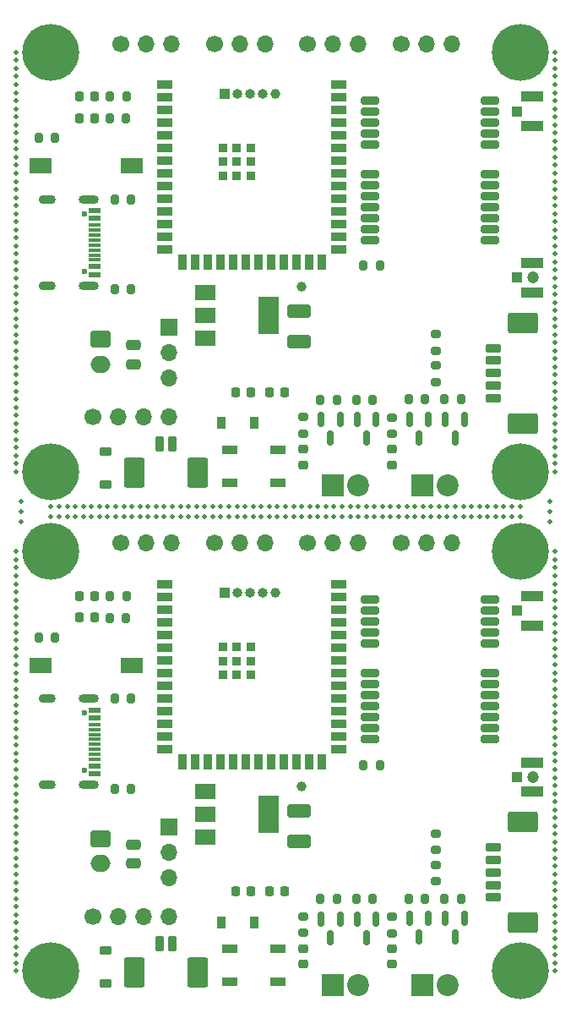
<source format=gbr>
%TF.GenerationSoftware,KiCad,Pcbnew,7.0.11*%
%TF.CreationDate,2024-05-24T13:54:11+08:00*%
%TF.ProjectId,panel,70616e65-6c2e-46b6-9963-61645f706362,rev?*%
%TF.SameCoordinates,Original*%
%TF.FileFunction,Soldermask,Top*%
%TF.FilePolarity,Negative*%
%FSLAX46Y46*%
G04 Gerber Fmt 4.6, Leading zero omitted, Abs format (unit mm)*
G04 Created by KiCad (PCBNEW 7.0.11) date 2024-05-24 13:54:11*
%MOMM*%
%LPD*%
G01*
G04 APERTURE LIST*
G04 Aperture macros list*
%AMRoundRect*
0 Rectangle with rounded corners*
0 $1 Rounding radius*
0 $2 $3 $4 $5 $6 $7 $8 $9 X,Y pos of 4 corners*
0 Add a 4 corners polygon primitive as box body*
4,1,4,$2,$3,$4,$5,$6,$7,$8,$9,$2,$3,0*
0 Add four circle primitives for the rounded corners*
1,1,$1+$1,$2,$3*
1,1,$1+$1,$4,$5*
1,1,$1+$1,$6,$7*
1,1,$1+$1,$8,$9*
0 Add four rect primitives between the rounded corners*
20,1,$1+$1,$2,$3,$4,$5,0*
20,1,$1+$1,$4,$5,$6,$7,0*
20,1,$1+$1,$6,$7,$8,$9,0*
20,1,$1+$1,$8,$9,$2,$3,0*%
G04 Aperture macros list end*
%ADD10C,0.500000*%
%ADD11R,1.500000X0.900000*%
%ADD12R,0.900000X1.500000*%
%ADD13R,0.900000X0.900000*%
%ADD14C,5.700000*%
%ADD15RoundRect,0.218750X0.256250X-0.218750X0.256250X0.218750X-0.256250X0.218750X-0.256250X-0.218750X0*%
%ADD16RoundRect,0.200000X0.200000X0.275000X-0.200000X0.275000X-0.200000X-0.275000X0.200000X-0.275000X0*%
%ADD17R,2.200000X2.200000*%
%ADD18C,2.200000*%
%ADD19R,2.180000X1.600000*%
%ADD20RoundRect,0.218750X-0.218750X-0.256250X0.218750X-0.256250X0.218750X0.256250X-0.218750X0.256250X0*%
%ADD21C,0.600000*%
%ADD22R,1.160000X0.600000*%
%ADD23R,1.160000X0.300000*%
%ADD24O,2.000000X0.900000*%
%ADD25O,1.700000X0.900000*%
%ADD26R,1.050000X1.000000*%
%ADD27R,2.200000X1.050000*%
%ADD28RoundRect,0.225000X-0.375000X0.225000X-0.375000X-0.225000X0.375000X-0.225000X0.375000X0.225000X0*%
%ADD29RoundRect,0.200000X-0.275000X0.200000X-0.275000X-0.200000X0.275000X-0.200000X0.275000X0.200000X0*%
%ADD30R,2.000000X1.500000*%
%ADD31R,2.000000X3.800000*%
%ADD32RoundRect,0.200000X0.600000X-0.200000X0.600000X0.200000X-0.600000X0.200000X-0.600000X-0.200000X0*%
%ADD33RoundRect,0.250001X1.249999X-0.799999X1.249999X0.799999X-1.249999X0.799999X-1.249999X-0.799999X0*%
%ADD34C,1.700000*%
%ADD35O,1.700000X1.700000*%
%ADD36RoundRect,0.200000X-0.200000X-0.275000X0.200000X-0.275000X0.200000X0.275000X-0.200000X0.275000X0*%
%ADD37RoundRect,0.200000X-0.200000X-0.600000X0.200000X-0.600000X0.200000X0.600000X-0.200000X0.600000X0*%
%ADD38RoundRect,0.250001X-0.799999X-1.249999X0.799999X-1.249999X0.799999X1.249999X-0.799999X1.249999X0*%
%ADD39RoundRect,0.150000X-0.150000X0.587500X-0.150000X-0.587500X0.150000X-0.587500X0.150000X0.587500X0*%
%ADD40RoundRect,0.250000X-0.925000X0.412500X-0.925000X-0.412500X0.925000X-0.412500X0.925000X0.412500X0*%
%ADD41RoundRect,0.250000X-0.750000X0.600000X-0.750000X-0.600000X0.750000X-0.600000X0.750000X0.600000X0*%
%ADD42O,2.000000X1.700000*%
%ADD43RoundRect,0.200000X0.275000X-0.200000X0.275000X0.200000X-0.275000X0.200000X-0.275000X-0.200000X0*%
%ADD44RoundRect,0.250000X-0.475000X0.250000X-0.475000X-0.250000X0.475000X-0.250000X0.475000X0.250000X0*%
%ADD45R,1.700000X1.700000*%
%ADD46RoundRect,0.225000X0.225000X0.250000X-0.225000X0.250000X-0.225000X-0.250000X0.225000X-0.250000X0*%
%ADD47C,1.000000*%
%ADD48R,0.900000X1.200000*%
%ADD49RoundRect,0.200000X0.700000X0.200000X-0.700000X0.200000X-0.700000X-0.200000X0.700000X-0.200000X0*%
%ADD50O,1.000000X1.000000*%
%ADD51R,1.000000X1.000000*%
%ADD52C,1.200000*%
G04 APERTURE END LIST*
D10*
%TO.C,KiKit_MB_2_24*%
X109862064Y-68500008D03*
%TD*%
D11*
%TO.C,U8*%
X92879648Y-26245063D03*
X92879648Y-27515063D03*
X92879648Y-28785063D03*
X92879648Y-30055063D03*
X92879648Y-31325063D03*
X92879648Y-32595063D03*
X92879648Y-33865063D03*
X92879648Y-35135063D03*
X92879648Y-36405063D03*
X92879648Y-37675063D03*
X92879648Y-38945063D03*
X92879648Y-40215063D03*
X92879648Y-41485063D03*
X92879648Y-42755063D03*
D12*
X94644648Y-44005063D03*
X95914648Y-44005063D03*
X97184648Y-44005063D03*
X98454648Y-44005063D03*
X99724648Y-44005063D03*
X100994648Y-44005063D03*
X102264648Y-44005063D03*
X103534648Y-44005063D03*
X104804648Y-44005063D03*
X106074648Y-44005063D03*
X107344648Y-44005063D03*
X108614648Y-44005063D03*
D11*
X110379648Y-42755063D03*
X110379648Y-41485063D03*
X110379648Y-40215063D03*
X110379648Y-38945063D03*
X110379648Y-37675063D03*
X110379648Y-36405063D03*
X110379648Y-35135063D03*
X110379648Y-33865063D03*
X110379648Y-32595063D03*
X110379648Y-31325063D03*
X110379648Y-30055063D03*
X110379648Y-28785063D03*
X110379648Y-27515063D03*
X110379648Y-26245063D03*
D13*
X98729648Y-32565063D03*
X100129648Y-32565063D03*
X101529648Y-32565063D03*
X98729648Y-33965063D03*
X100129648Y-33965063D03*
X101529648Y-33965063D03*
X98729648Y-35365063D03*
X100129648Y-35365063D03*
X101529648Y-35365063D03*
%TD*%
D10*
%TO.C,KiKit_MB_2_52*%
X87172406Y-68500001D03*
%TD*%
D14*
%TO.C,H2*%
X81499948Y-65000063D03*
%TD*%
D15*
%TO.C,D2*%
X115685248Y-64302563D03*
X115685248Y-62727563D03*
%TD*%
D16*
%TO.C,R18*%
X89012148Y-79615077D03*
X87362148Y-79615077D03*
%TD*%
D10*
%TO.C,KiKit_MB_3_5*%
X132000010Y-26230770D03*
%TD*%
%TO.C,KiKit_MB_2_56*%
X83931026Y-68500000D03*
%TD*%
D17*
%TO.C,J7*%
X109781248Y-66391263D03*
D18*
X112321248Y-66391263D03*
%TD*%
D10*
%TO.C,KiKit_MB_2_11*%
X120396549Y-68500011D03*
%TD*%
%TO.C,KiKit_MB_6_3*%
X132000010Y-74615398D03*
%TD*%
%TO.C,KiKit_MB_5_24*%
X100137922Y-69500017D03*
%TD*%
%TO.C,KiKit_MB_3_32*%
X132000003Y-48038461D03*
%TD*%
%TO.C,KiKit_MB_3_16*%
X132000007Y-35115385D03*
%TD*%
%TO.C,KiKit_MB_4_32*%
X78000000Y-89961552D03*
%TD*%
%TO.C,KiKit_MB_2_10*%
X121206894Y-68500011D03*
%TD*%
%TO.C,KiKit_MB_4_10*%
X78000008Y-107730783D03*
%TD*%
%TO.C,KiKit_MB_5_55*%
X125258611Y-69500014D03*
%TD*%
%TO.C,KiKit_MB_2_29*%
X105810339Y-68500007D03*
%TD*%
D14*
%TO.C,H4*%
X128499948Y-73000077D03*
%TD*%
D10*
%TO.C,KiKit_MB_4_19*%
X78000005Y-100461552D03*
%TD*%
D14*
%TO.C,H2*%
X81499948Y-115000077D03*
%TD*%
D10*
%TO.C,KiKit_MB_1_51*%
X77999992Y-24615385D03*
%TD*%
D19*
%TO.C,SW1*%
X80431248Y-34378763D03*
X89611248Y-34378763D03*
%TD*%
D10*
%TO.C,KiKit_MB_4_46*%
X77999994Y-78653860D03*
%TD*%
D14*
%TO.C,H3*%
X128499948Y-115000077D03*
%TD*%
D10*
%TO.C,KiKit_MB_5_22*%
X98517233Y-69500017D03*
%TD*%
%TO.C,KiKit_MB_6_33*%
X132000003Y-98846167D03*
%TD*%
D20*
%TO.C,D3*%
X84332148Y-77415077D03*
X85907148Y-77415077D03*
%TD*%
D10*
%TO.C,KiKit_MB_5_10*%
X88793095Y-69500019D03*
%TD*%
D21*
%TO.C,J3*%
X84819648Y-89155077D03*
X84819648Y-94935077D03*
D22*
X85879648Y-88845077D03*
X85879648Y-89645077D03*
D23*
X85879648Y-90795077D03*
X85879648Y-91795077D03*
X85879648Y-92295077D03*
X85879648Y-93295077D03*
D22*
X85879648Y-94445077D03*
X85879648Y-95245077D03*
X85879648Y-95245077D03*
X85879648Y-94445077D03*
D23*
X85879648Y-93795077D03*
X85879648Y-92795077D03*
X85879648Y-91295077D03*
X85879648Y-90295077D03*
D22*
X85879648Y-89645077D03*
X85879648Y-88845077D03*
D24*
X85299648Y-87725077D03*
D25*
X81129648Y-87725077D03*
D24*
X85299648Y-96365077D03*
D25*
X81129648Y-96365077D03*
%TD*%
D10*
%TO.C,KiKit_MB_6_17*%
X132000007Y-85923091D03*
%TD*%
%TO.C,KiKit_MB_5_15*%
X92844819Y-69500018D03*
%TD*%
%TO.C,KiKit_MB_1_39*%
X77999997Y-34307693D03*
%TD*%
D26*
%TO.C,J10*%
X128196248Y-45568763D03*
D27*
X129721248Y-44093763D03*
X129721248Y-47043763D03*
%TD*%
D10*
%TO.C,KiKit_MB_2_46*%
X92034476Y-68500003D03*
%TD*%
%TO.C,KiKit_MB_2_23*%
X110672409Y-68500008D03*
%TD*%
%TO.C,KiKit_MB_6_40*%
X132000001Y-104500014D03*
%TD*%
%TO.C,KiKit_MB_6_7*%
X132000009Y-77846167D03*
%TD*%
%TO.C,KiKit_MB_4_2*%
X78000011Y-114192321D03*
%TD*%
%TO.C,KiKit_MB_2_51*%
X87982751Y-68500001D03*
%TD*%
%TO.C,KiKit_MB_3_3*%
X132000010Y-24615385D03*
%TD*%
%TO.C,KiKit_MB_6_42*%
X132000001Y-106115398D03*
%TD*%
%TO.C,KiKit_MB_1_23*%
X78000003Y-47230769D03*
%TD*%
%TO.C,KiKit_MB_5_48*%
X119586197Y-69500015D03*
%TD*%
%TO.C,KiKit_MB_5_31*%
X105810335Y-69500016D03*
%TD*%
%TO.C,KiKit_MB_1_15*%
X78000006Y-53692307D03*
%TD*%
%TO.C,KiKit_MB_4_39*%
X77999997Y-84307706D03*
%TD*%
%TO.C,KiKit_MB_6_32*%
X132000003Y-98038475D03*
%TD*%
%TO.C,KiKit_MB_5_9*%
X87982750Y-69500019D03*
%TD*%
D28*
%TO.C,D9*%
X86979648Y-62965063D03*
X86979648Y-66265063D03*
%TD*%
D10*
%TO.C,KiKit_MB_2_57*%
X83120681Y-68500000D03*
%TD*%
D29*
%TO.C,R4*%
X120099948Y-104375077D03*
X120099948Y-106025077D03*
%TD*%
D10*
%TO.C,KiKit_MB_3_37*%
X132000002Y-52076923D03*
%TD*%
%TO.C,KiKit_MB_1_22*%
X78000003Y-48038461D03*
%TD*%
%TO.C,KiKit_MB_2_37*%
X99327581Y-68500005D03*
%TD*%
%TO.C,KiKit_MB_3_11*%
X132000008Y-31076924D03*
%TD*%
D30*
%TO.C,U1*%
X96979648Y-97015077D03*
X96979648Y-99315077D03*
D31*
X103279648Y-99315077D03*
D30*
X96979648Y-101615077D03*
%TD*%
D10*
%TO.C,KiKit_MB_4_28*%
X78000001Y-93192321D03*
%TD*%
%TO.C,KiKit_MB_5_11*%
X89603440Y-69500018D03*
%TD*%
%TO.C,KiKit_MB_4_29*%
X78000001Y-92384629D03*
%TD*%
%TO.C,KiKit_MB_1_21*%
X78000004Y-48846154D03*
%TD*%
D32*
%TO.C,J2*%
X125868648Y-107618677D03*
X125868648Y-106368677D03*
X125868648Y-105118677D03*
X125868648Y-103868677D03*
X125868648Y-102618677D03*
D33*
X128768648Y-110168677D03*
X128768648Y-100068677D03*
%TD*%
D10*
%TO.C,KiKit_MB_2_8*%
X122827584Y-68500012D03*
%TD*%
%TO.C,KiKit_MB_2_33*%
X102568960Y-68500006D03*
%TD*%
%TO.C,KiKit_MB_3_15*%
X132000007Y-34307693D03*
%TD*%
D16*
%TO.C,R19*%
X89047148Y-27415063D03*
X87397148Y-27415063D03*
%TD*%
D32*
%TO.C,J2*%
X125868648Y-57618663D03*
X125868648Y-56368663D03*
X125868648Y-55118663D03*
X125868648Y-53868663D03*
X125868648Y-52618663D03*
D33*
X128768648Y-60168663D03*
X128768648Y-50068663D03*
%TD*%
D10*
%TO.C,KiKit_MB_5_27*%
X102568957Y-69500017D03*
%TD*%
%TO.C,KiKit_MB_3_26*%
X132000005Y-43192308D03*
%TD*%
%TO.C,KiKit_MB_6_47*%
X132000000Y-110153860D03*
%TD*%
%TO.C,KiKit_MB_4_37*%
X77999998Y-85923091D03*
%TD*%
%TO.C,KiKit_MB_6_46*%
X132000000Y-109346167D03*
%TD*%
%TO.C,KiKit_MB_1_36*%
X77999998Y-36730770D03*
%TD*%
%TO.C,KiKit_MB_6_9*%
X132000009Y-79461552D03*
%TD*%
%TO.C,KiKit_MB_2_35*%
X100948271Y-68500005D03*
%TD*%
%TO.C,KiKit_MB_3_14*%
X132000007Y-33500001D03*
%TD*%
%TO.C,KiKit_MB_4_25*%
X78000002Y-95615398D03*
%TD*%
%TO.C,KiKit_MB_3_52*%
X131999999Y-64192307D03*
%TD*%
%TO.C,KiKit_MB_1_40*%
X77999997Y-33500001D03*
%TD*%
%TO.C,KiKit_MB_6_2*%
X132000010Y-73807706D03*
%TD*%
%TO.C,KiKit_MB_2_9*%
X122017239Y-68500012D03*
%TD*%
%TO.C,KiKit_MB_2_30*%
X104999995Y-68500006D03*
%TD*%
%TO.C,KiKit_MB_8_1*%
X131500010Y-68000513D03*
%TD*%
%TO.C,KiKit_MB_3_46*%
X132000000Y-59346153D03*
%TD*%
%TO.C,KiKit_MB_4_17*%
X78000005Y-102076937D03*
%TD*%
%TO.C,KiKit_MB_1_7*%
X78000009Y-60153846D03*
%TD*%
D30*
%TO.C,U1*%
X96979648Y-47015063D03*
X96979648Y-49315063D03*
D31*
X103279648Y-49315063D03*
D30*
X96979648Y-51615063D03*
%TD*%
D34*
%TO.C,M3*%
X107221248Y-72128777D03*
D35*
X109761248Y-72128777D03*
X112301248Y-72128777D03*
%TD*%
D10*
%TO.C,KiKit_MB_6_12*%
X132000008Y-81884629D03*
%TD*%
%TO.C,KiKit_MB_5_46*%
X117965508Y-69500015D03*
%TD*%
%TO.C,KiKit_MB_5_30*%
X104999991Y-69500017D03*
%TD*%
%TO.C,KiKit_MB_5_35*%
X109051715Y-69500016D03*
%TD*%
%TO.C,KiKit_MB_2_6*%
X124448274Y-68500012D03*
%TD*%
%TO.C,KiKit_MB_2_27*%
X107431029Y-68500007D03*
%TD*%
%TO.C,KiKit_MB_6_53*%
X131999998Y-115000014D03*
%TD*%
D36*
%TO.C,R1*%
X80279648Y-31565063D03*
X81929648Y-31565063D03*
%TD*%
D15*
%TO.C,D4*%
X106821248Y-114302577D03*
X106821248Y-112727577D03*
%TD*%
D10*
%TO.C,KiKit_MB_4_33*%
X77999999Y-89153860D03*
%TD*%
%TO.C,KiKit_MB_6_24*%
X132000005Y-91576937D03*
%TD*%
%TO.C,KiKit_MB_3_6*%
X132000009Y-27038462D03*
%TD*%
D16*
%TO.C,R16*%
X122610248Y-107761277D03*
X120960248Y-107761277D03*
%TD*%
D10*
%TO.C,KiKit_MB_7_2*%
X78499991Y-69000513D03*
%TD*%
%TO.C,KiKit_MB_4_30*%
X78000000Y-91576937D03*
%TD*%
%TO.C,KiKit_MB_4_43*%
X77999995Y-81076937D03*
%TD*%
%TO.C,KiKit_MB_4_26*%
X78000002Y-94807706D03*
%TD*%
%TO.C,KiKit_MB_1_47*%
X77999994Y-27846155D03*
%TD*%
%TO.C,KiKit_MB_6_31*%
X132000004Y-97230783D03*
%TD*%
D37*
%TO.C,J14*%
X92379648Y-62215063D03*
X93629648Y-62215063D03*
D38*
X89829648Y-65115063D03*
X96179648Y-65115063D03*
%TD*%
D16*
%TO.C,R2*%
X114479648Y-94365077D03*
X112829648Y-94365077D03*
%TD*%
D10*
%TO.C,KiKit_MB_2_36*%
X100137926Y-68500005D03*
%TD*%
D34*
%TO.C,M1*%
X88504548Y-72128777D03*
D35*
X91044548Y-72128777D03*
X93584548Y-72128777D03*
%TD*%
D21*
%TO.C,J3*%
X84819648Y-39155063D03*
X84819648Y-44935063D03*
D22*
X85879648Y-38845063D03*
X85879648Y-39645063D03*
D23*
X85879648Y-40795063D03*
X85879648Y-41795063D03*
X85879648Y-42295063D03*
X85879648Y-43295063D03*
D22*
X85879648Y-44445063D03*
X85879648Y-45245063D03*
X85879648Y-45245063D03*
X85879648Y-44445063D03*
D23*
X85879648Y-43795063D03*
X85879648Y-42795063D03*
X85879648Y-41295063D03*
X85879648Y-40295063D03*
D22*
X85879648Y-39645063D03*
X85879648Y-38845063D03*
D24*
X85299648Y-37725063D03*
D25*
X81129648Y-37725063D03*
D24*
X85299648Y-46365063D03*
D25*
X81129648Y-46365063D03*
%TD*%
D10*
%TO.C,KiKit_MB_6_18*%
X132000007Y-86730783D03*
%TD*%
%TO.C,KiKit_MB_6_20*%
X132000006Y-88346167D03*
%TD*%
%TO.C,KiKit_MB_1_27*%
X78000002Y-44000001D03*
%TD*%
%TO.C,KiKit_MB_8_3*%
X131500010Y-70000513D03*
%TD*%
D39*
%TO.C,Q3*%
X119335248Y-59723763D03*
X117435248Y-59723763D03*
X118385248Y-61598763D03*
%TD*%
D20*
%TO.C,D5*%
X84329648Y-29595063D03*
X85904648Y-29595063D03*
%TD*%
D10*
%TO.C,KiKit_MB_2_18*%
X114724134Y-68500009D03*
%TD*%
%TO.C,KiKit_MB_3_24*%
X132000005Y-41576924D03*
%TD*%
%TO.C,KiKit_MB_6_11*%
X132000008Y-81076937D03*
%TD*%
D40*
%TO.C,C12*%
X106379648Y-98927577D03*
X106379648Y-102002577D03*
%TD*%
D10*
%TO.C,KiKit_MB_3_23*%
X132000005Y-40769231D03*
%TD*%
%TO.C,KiKit_MB_2_43*%
X94465511Y-68500003D03*
%TD*%
D36*
%TO.C,R5*%
X87869948Y-37725063D03*
X89519948Y-37725063D03*
%TD*%
D10*
%TO.C,KiKit_MB_1_42*%
X77999996Y-31884616D03*
%TD*%
D36*
%TO.C,R20*%
X117360248Y-107761277D03*
X119010248Y-107761277D03*
%TD*%
D10*
%TO.C,KiKit_MB_1_18*%
X78000005Y-51269231D03*
%TD*%
%TO.C,KiKit_MB_1_30*%
X78000000Y-41576924D03*
%TD*%
%TO.C,KiKit_MB_4_50*%
X77999993Y-75423091D03*
%TD*%
%TO.C,KiKit_MB_2_40*%
X96896546Y-68500004D03*
%TD*%
%TO.C,KiKit_MB_1_46*%
X77999994Y-28653847D03*
%TD*%
D36*
%TO.C,R24*%
X108496248Y-107791277D03*
X110146248Y-107791277D03*
%TD*%
D10*
%TO.C,KiKit_MB_5_36*%
X109862059Y-69500016D03*
%TD*%
%TO.C,KiKit_MB_1_43*%
X77999995Y-31076924D03*
%TD*%
%TO.C,KiKit_MB_1_6*%
X78000010Y-60961538D03*
%TD*%
%TO.C,KiKit_MB_4_15*%
X78000006Y-103692321D03*
%TD*%
%TO.C,KiKit_MB_4_38*%
X77999997Y-85115398D03*
%TD*%
D17*
%TO.C,J6*%
X118717248Y-66391263D03*
D18*
X121257248Y-66391263D03*
%TD*%
D39*
%TO.C,Q4*%
X114071248Y-109753777D03*
X112171248Y-109753777D03*
X113121248Y-111628777D03*
%TD*%
D10*
%TO.C,KiKit_MB_6_50*%
X131999999Y-112576937D03*
%TD*%
%TO.C,KiKit_MB_3_12*%
X132000008Y-31884616D03*
%TD*%
%TO.C,KiKit_MB_6_21*%
X132000006Y-89153860D03*
%TD*%
D41*
%TO.C,J1*%
X86479648Y-101715077D03*
D42*
X86479648Y-104215077D03*
%TD*%
D15*
%TO.C,D4*%
X106821248Y-64302563D03*
X106821248Y-62727563D03*
%TD*%
D10*
%TO.C,KiKit_MB_6_39*%
X132000002Y-103692321D03*
%TD*%
%TO.C,KiKit_MB_2_26*%
X108241374Y-68500007D03*
%TD*%
%TO.C,KiKit_MB_4_7*%
X78000009Y-110153860D03*
%TD*%
%TO.C,KiKit_MB_3_41*%
X132000001Y-55307692D03*
%TD*%
%TO.C,KiKit_MB_4_40*%
X77999997Y-83500014D03*
%TD*%
%TO.C,KiKit_MB_5_32*%
X106620680Y-69500016D03*
%TD*%
%TO.C,KiKit_MB_2_55*%
X84741371Y-68500000D03*
%TD*%
D16*
%TO.C,R19*%
X89047148Y-77415077D03*
X87397148Y-77415077D03*
%TD*%
D10*
%TO.C,KiKit_MB_4_42*%
X77999996Y-81884629D03*
%TD*%
%TO.C,KiKit_MB_4_14*%
X78000007Y-104500014D03*
%TD*%
%TO.C,KiKit_MB_3_18*%
X132000007Y-36730770D03*
%TD*%
%TO.C,KiKit_MB_6_6*%
X132000009Y-77038475D03*
%TD*%
D39*
%TO.C,Q1*%
X122935248Y-109723777D03*
X121035248Y-109723777D03*
X121985248Y-111598777D03*
%TD*%
D43*
%TO.C,R25*%
X106821248Y-111177577D03*
X106821248Y-109527577D03*
%TD*%
D10*
%TO.C,KiKit_MB_5_41*%
X113913784Y-69500015D03*
%TD*%
%TO.C,KiKit_MB_1_52*%
X77999992Y-23807693D03*
%TD*%
%TO.C,KiKit_MB_1_38*%
X77999997Y-35115385D03*
%TD*%
%TO.C,KiKit_MB_5_50*%
X121206887Y-69500014D03*
%TD*%
%TO.C,KiKit_MB_1_8*%
X78000009Y-59346154D03*
%TD*%
%TO.C,KiKit_MB_4_27*%
X78000002Y-94000014D03*
%TD*%
%TO.C,KiKit_MB_3_8*%
X132000009Y-28653847D03*
%TD*%
%TO.C,KiKit_MB_6_19*%
X132000006Y-87538475D03*
%TD*%
%TO.C,KiKit_MB_3_10*%
X132000008Y-30269231D03*
%TD*%
%TO.C,KiKit_MB_4_4*%
X78000010Y-112576937D03*
%TD*%
%TO.C,KiKit_MB_4_21*%
X78000004Y-98846168D03*
%TD*%
D44*
%TO.C,C5*%
X89729648Y-52315063D03*
X89729648Y-54215063D03*
%TD*%
D10*
%TO.C,KiKit_MB_4_16*%
X78000006Y-102884629D03*
%TD*%
%TO.C,KiKit_MB_1_20*%
X78000004Y-49653846D03*
%TD*%
D41*
%TO.C,J1*%
X86479648Y-51715063D03*
D42*
X86479648Y-54215063D03*
%TD*%
D10*
%TO.C,KiKit_MB_2_19*%
X113913789Y-68500009D03*
%TD*%
%TO.C,KiKit_MB_5_18*%
X95275854Y-69500018D03*
%TD*%
D14*
%TO.C,H4*%
X128499948Y-23000063D03*
%TD*%
D10*
%TO.C,KiKit_MB_4_11*%
X78000008Y-106923091D03*
%TD*%
%TO.C,KiKit_MB_5_3*%
X83120681Y-69500019D03*
%TD*%
%TO.C,KiKit_MB_1_48*%
X77999993Y-27038462D03*
%TD*%
%TO.C,KiKit_MB_4_49*%
X77999993Y-76230783D03*
%TD*%
D43*
%TO.C,R6*%
X120099948Y-52875063D03*
X120099948Y-51225063D03*
%TD*%
D10*
%TO.C,KiKit_MB_1_53*%
X77999992Y-23000001D03*
%TD*%
D26*
%TO.C,J5*%
X128196248Y-28903763D03*
D27*
X129721248Y-27428763D03*
X129721248Y-30378763D03*
%TD*%
D43*
%TO.C,R22*%
X115685248Y-111215077D03*
X115685248Y-109565077D03*
%TD*%
D10*
%TO.C,KiKit_MB_1_50*%
X77999993Y-25423078D03*
%TD*%
%TO.C,KiKit_MB_2_58*%
X82310336Y-68500000D03*
%TD*%
%TO.C,KiKit_MB_3_33*%
X132000003Y-48846153D03*
%TD*%
%TO.C,KiKit_MB_6_37*%
X132000002Y-102076937D03*
%TD*%
%TO.C,KiKit_MB_6_10*%
X132000008Y-80269244D03*
%TD*%
%TO.C,KiKit_MB_1_41*%
X77999996Y-32692308D03*
%TD*%
%TO.C,KiKit_MB_3_13*%
X132000008Y-32692308D03*
%TD*%
%TO.C,KiKit_MB_2_44*%
X93655166Y-68500003D03*
%TD*%
%TO.C,KiKit_MB_3_20*%
X132000006Y-38346154D03*
%TD*%
%TO.C,KiKit_MB_1_37*%
X77999998Y-35923078D03*
%TD*%
D26*
%TO.C,J5*%
X128196248Y-78903777D03*
D27*
X129721248Y-77428777D03*
X129721248Y-80378777D03*
%TD*%
D10*
%TO.C,KiKit_MB_2_38*%
X98517236Y-68500005D03*
%TD*%
D45*
%TO.C,J13*%
X93279648Y-100540077D03*
D35*
X93279648Y-103080077D03*
X93279648Y-105620077D03*
%TD*%
D10*
%TO.C,KiKit_MB_1_5*%
X78000010Y-61769231D03*
%TD*%
%TO.C,KiKit_MB_4_8*%
X78000009Y-109346168D03*
%TD*%
%TO.C,KiKit_MB_2_31*%
X104189650Y-68500006D03*
%TD*%
%TO.C,KiKit_MB_5_54*%
X124448266Y-69500014D03*
%TD*%
%TO.C,KiKit_MB_5_21*%
X97706888Y-69500017D03*
%TD*%
%TO.C,KiKit_MB_5_6*%
X85551716Y-69500019D03*
%TD*%
D43*
%TO.C,R6*%
X120099948Y-102875077D03*
X120099948Y-101225077D03*
%TD*%
D10*
%TO.C,KiKit_MB_6_13*%
X132000008Y-82692321D03*
%TD*%
D37*
%TO.C,J14*%
X92379648Y-112215077D03*
X93629648Y-112215077D03*
D38*
X89829648Y-115115077D03*
X96179648Y-115115077D03*
%TD*%
D10*
%TO.C,KiKit_MB_1_14*%
X78000007Y-54500000D03*
%TD*%
%TO.C,KiKit_MB_2_59*%
X81499991Y-68499999D03*
%TD*%
%TO.C,KiKit_MB_4_23*%
X78000003Y-97230783D03*
%TD*%
%TO.C,KiKit_MB_2_45*%
X92844821Y-68500003D03*
%TD*%
%TO.C,KiKit_MB_3_30*%
X132000004Y-46423077D03*
%TD*%
%TO.C,KiKit_MB_1_24*%
X78000003Y-46423077D03*
%TD*%
D43*
%TO.C,R22*%
X115685248Y-61215063D03*
X115685248Y-59565063D03*
%TD*%
D46*
%TO.C,C6*%
X101534948Y-57035063D03*
X99984948Y-57035063D03*
%TD*%
D39*
%TO.C,Q1*%
X122935248Y-59723763D03*
X121035248Y-59723763D03*
X121985248Y-61598763D03*
%TD*%
D11*
%TO.C,D7*%
X99379648Y-62765063D03*
X99379648Y-66065063D03*
X104279648Y-66065063D03*
X104279648Y-62765063D03*
%TD*%
D10*
%TO.C,KiKit_MB_5_47*%
X118775853Y-69500015D03*
%TD*%
%TO.C,KiKit_MB_5_38*%
X111482749Y-69500016D03*
%TD*%
%TO.C,KiKit_MB_2_39*%
X97706891Y-68500004D03*
%TD*%
%TO.C,KiKit_MB_5_13*%
X91224129Y-69500018D03*
%TD*%
%TO.C,KiKit_MB_2_21*%
X112293099Y-68500009D03*
%TD*%
D46*
%TO.C,C10*%
X104944948Y-107015077D03*
X103394948Y-107015077D03*
%TD*%
D47*
%TO.C,TP2*%
X106629648Y-96465077D03*
%TD*%
D11*
%TO.C,D7*%
X99379648Y-112765077D03*
X99379648Y-116065077D03*
X104279648Y-116065077D03*
X104279648Y-112765077D03*
%TD*%
D10*
%TO.C,KiKit_MB_6_25*%
X132000005Y-92384629D03*
%TD*%
%TO.C,KiKit_MB_3_19*%
X132000006Y-37538462D03*
%TD*%
%TO.C,KiKit_MB_2_7*%
X123637929Y-68500012D03*
%TD*%
D16*
%TO.C,R18*%
X89012148Y-29615063D03*
X87362148Y-29615063D03*
%TD*%
D10*
%TO.C,KiKit_MB_5_20*%
X96896543Y-69500018D03*
%TD*%
%TO.C,KiKit_MB_1_2*%
X78000011Y-64192307D03*
%TD*%
D14*
%TO.C,H1*%
X81499948Y-73000077D03*
%TD*%
D10*
%TO.C,KiKit_MB_7_1*%
X78499991Y-68000513D03*
%TD*%
D34*
%TO.C,M2*%
X97862948Y-72128777D03*
D35*
X100402948Y-72128777D03*
X102942948Y-72128777D03*
%TD*%
D20*
%TO.C,D3*%
X84332148Y-27415063D03*
X85907148Y-27415063D03*
%TD*%
D10*
%TO.C,KiKit_MB_6_8*%
X132000009Y-78653860D03*
%TD*%
%TO.C,KiKit_MB_2_25*%
X109051719Y-68500008D03*
%TD*%
%TO.C,KiKit_MB_6_4*%
X132000010Y-75423091D03*
%TD*%
%TO.C,KiKit_MB_5_51*%
X122017232Y-69500014D03*
%TD*%
%TO.C,KiKit_MB_1_16*%
X78000006Y-52884615D03*
%TD*%
D17*
%TO.C,J6*%
X118717248Y-116391277D03*
D18*
X121257248Y-116391277D03*
%TD*%
D14*
%TO.C,H1*%
X81499948Y-23000063D03*
%TD*%
D10*
%TO.C,KiKit_MB_6_1*%
X132000010Y-73000014D03*
%TD*%
D34*
%TO.C,M2*%
X97862948Y-22128763D03*
D35*
X100402948Y-22128763D03*
X102942948Y-22128763D03*
%TD*%
D10*
%TO.C,KiKit_MB_5_1*%
X81499991Y-69500020D03*
%TD*%
%TO.C,KiKit_MB_5_37*%
X110672404Y-69500016D03*
%TD*%
%TO.C,KiKit_MB_6_5*%
X132000010Y-76230783D03*
%TD*%
%TO.C,KiKit_MB_5_2*%
X82310336Y-69500019D03*
%TD*%
%TO.C,KiKit_MB_6_51*%
X131999999Y-113384629D03*
%TD*%
D15*
%TO.C,D2*%
X115685248Y-114302577D03*
X115685248Y-112727577D03*
%TD*%
D10*
%TO.C,KiKit_MB_3_31*%
X132000004Y-47230769D03*
%TD*%
%TO.C,KiKit_MB_1_4*%
X78000010Y-62576923D03*
%TD*%
D45*
%TO.C,J13*%
X93279648Y-50540063D03*
D35*
X93279648Y-53080063D03*
X93279648Y-55620063D03*
%TD*%
D10*
%TO.C,KiKit_MB_5_17*%
X94465509Y-69500018D03*
%TD*%
D28*
%TO.C,D9*%
X86979648Y-112965077D03*
X86979648Y-116265077D03*
%TD*%
D10*
%TO.C,KiKit_MB_5_34*%
X108241370Y-69500016D03*
%TD*%
%TO.C,KiKit_MB_6_28*%
X132000004Y-94807706D03*
%TD*%
%TO.C,KiKit_MB_5_7*%
X86362060Y-69500019D03*
%TD*%
%TO.C,KiKit_MB_2_15*%
X117155169Y-68500010D03*
%TD*%
D48*
%TO.C,D8*%
X98579648Y-60115063D03*
X101879648Y-60115063D03*
%TD*%
D10*
%TO.C,KiKit_MB_3_28*%
X132000004Y-44807692D03*
%TD*%
D16*
%TO.C,R16*%
X122610248Y-57761263D03*
X120960248Y-57761263D03*
%TD*%
D17*
%TO.C,J7*%
X109781248Y-116391277D03*
D18*
X112321248Y-116391277D03*
%TD*%
D34*
%TO.C,M4*%
X116579548Y-22128763D03*
D35*
X119119548Y-22128763D03*
X121659548Y-22128763D03*
%TD*%
D10*
%TO.C,KiKit_MB_2_3*%
X126879308Y-68500013D03*
%TD*%
%TO.C,KiKit_MB_1_17*%
X78000005Y-52076923D03*
%TD*%
%TO.C,KiKit_MB_5_52*%
X122827577Y-69500014D03*
%TD*%
%TO.C,KiKit_MB_1_10*%
X78000008Y-57730769D03*
%TD*%
%TO.C,KiKit_MB_3_49*%
X131999999Y-61769230D03*
%TD*%
%TO.C,KiKit_MB_3_43*%
X132000001Y-56923077D03*
%TD*%
%TO.C,KiKit_MB_6_27*%
X132000004Y-94000014D03*
%TD*%
%TO.C,KiKit_MB_4_24*%
X78000003Y-96423091D03*
%TD*%
%TO.C,KiKit_MB_6_52*%
X131999999Y-114192321D03*
%TD*%
D39*
%TO.C,Q5*%
X110471248Y-59753763D03*
X108571248Y-59753763D03*
X109521248Y-61628763D03*
%TD*%
D10*
%TO.C,KiKit_MB_5_14*%
X92034474Y-69500018D03*
%TD*%
%TO.C,KiKit_MB_2_54*%
X85551716Y-68500001D03*
%TD*%
%TO.C,KiKit_MB_2_32*%
X103379305Y-68500006D03*
%TD*%
%TO.C,KiKit_MB_3_39*%
X132000002Y-53692307D03*
%TD*%
%TO.C,KiKit_MB_4_48*%
X77999993Y-77038475D03*
%TD*%
%TO.C,KiKit_MB_5_4*%
X83931026Y-69500019D03*
%TD*%
D49*
%TO.C,U7*%
X125481248Y-41798763D03*
X125481248Y-40698763D03*
X125481248Y-39598763D03*
X125481248Y-38498763D03*
X125481248Y-37398763D03*
X125481248Y-36298763D03*
X125481248Y-35198763D03*
X125481248Y-32198763D03*
X125481248Y-31098763D03*
X125481248Y-29998763D03*
X125481248Y-28898763D03*
X125481248Y-27798763D03*
X113481248Y-27798763D03*
X113481248Y-28898763D03*
X113481248Y-29998763D03*
X113481248Y-31098763D03*
X113481248Y-32198763D03*
X113481248Y-35198763D03*
X113481248Y-36298763D03*
X113481248Y-37398763D03*
X113481248Y-38498763D03*
X113481248Y-39598763D03*
X113481248Y-40698763D03*
X113481248Y-41798763D03*
%TD*%
D10*
%TO.C,KiKit_MB_4_36*%
X77999998Y-86730783D03*
%TD*%
%TO.C,KiKit_MB_5_16*%
X93655164Y-69500018D03*
%TD*%
D48*
%TO.C,D8*%
X98579648Y-110115077D03*
X101879648Y-110115077D03*
%TD*%
D10*
%TO.C,KiKit_MB_1_28*%
X78000001Y-43192308D03*
%TD*%
D14*
%TO.C,H3*%
X128499948Y-65000063D03*
%TD*%
D10*
%TO.C,KiKit_MB_3_53*%
X131999998Y-65000000D03*
%TD*%
%TO.C,KiKit_MB_5_39*%
X112293094Y-69500016D03*
%TD*%
%TO.C,KiKit_MB_5_5*%
X84741371Y-69500019D03*
%TD*%
%TO.C,KiKit_MB_1_12*%
X78000007Y-56115384D03*
%TD*%
%TO.C,KiKit_MB_3_47*%
X132000000Y-60153846D03*
%TD*%
%TO.C,KiKit_MB_1_1*%
X78000012Y-65000000D03*
%TD*%
D47*
%TO.C,TP2*%
X106629648Y-46465063D03*
%TD*%
D10*
%TO.C,KiKit_MB_6_44*%
X132000001Y-107730783D03*
%TD*%
%TO.C,KiKit_MB_4_47*%
X77999994Y-77846168D03*
%TD*%
%TO.C,KiKit_MB_2_49*%
X89603441Y-68500002D03*
%TD*%
%TO.C,KiKit_MB_5_19*%
X96086198Y-69500018D03*
%TD*%
D26*
%TO.C,J10*%
X128196248Y-95568777D03*
D27*
X129721248Y-94093777D03*
X129721248Y-97043777D03*
%TD*%
D10*
%TO.C,KiKit_MB_2_41*%
X96086201Y-68500004D03*
%TD*%
%TO.C,KiKit_MB_6_43*%
X132000001Y-106923091D03*
%TD*%
%TO.C,KiKit_MB_4_41*%
X77999996Y-82692321D03*
%TD*%
D16*
%TO.C,R23*%
X113746248Y-107791277D03*
X112096248Y-107791277D03*
%TD*%
D10*
%TO.C,KiKit_MB_2_13*%
X118775859Y-68500011D03*
%TD*%
%TO.C,KiKit_MB_1_32*%
X78000000Y-39961539D03*
%TD*%
%TO.C,KiKit_MB_3_17*%
X132000007Y-35923078D03*
%TD*%
%TO.C,KiKit_MB_1_29*%
X78000001Y-42384616D03*
%TD*%
%TO.C,KiKit_MB_4_34*%
X77999999Y-88346168D03*
%TD*%
D19*
%TO.C,SW1*%
X80431248Y-84378777D03*
X89611248Y-84378777D03*
%TD*%
D39*
%TO.C,Q4*%
X114071248Y-59753763D03*
X112171248Y-59753763D03*
X113121248Y-61628763D03*
%TD*%
D10*
%TO.C,KiKit_MB_2_53*%
X86362061Y-68500001D03*
%TD*%
D46*
%TO.C,C10*%
X104944948Y-57015063D03*
X103394948Y-57015063D03*
%TD*%
D10*
%TO.C,KiKit_MB_4_52*%
X77999992Y-73807706D03*
%TD*%
%TO.C,KiKit_MB_3_7*%
X132000009Y-27846154D03*
%TD*%
%TO.C,KiKit_MB_2_5*%
X125258618Y-68500013D03*
%TD*%
%TO.C,KiKit_MB_3_1*%
X132000010Y-23000001D03*
%TD*%
%TO.C,KiKit_MB_5_57*%
X126879301Y-69500014D03*
%TD*%
%TO.C,KiKit_MB_2_28*%
X106620684Y-68500007D03*
%TD*%
D36*
%TO.C,R1*%
X80279648Y-81565077D03*
X81929648Y-81565077D03*
%TD*%
D10*
%TO.C,KiKit_MB_1_9*%
X78000008Y-58538461D03*
%TD*%
%TO.C,KiKit_MB_4_53*%
X77999992Y-73000014D03*
%TD*%
%TO.C,KiKit_MB_3_48*%
X132000000Y-60961538D03*
%TD*%
%TO.C,KiKit_MB_5_23*%
X99327578Y-69500017D03*
%TD*%
%TO.C,KiKit_MB_5_29*%
X104189647Y-69500017D03*
%TD*%
%TO.C,KiKit_MB_3_25*%
X132000005Y-42384616D03*
%TD*%
%TO.C,KiKit_MB_5_28*%
X103379302Y-69500017D03*
%TD*%
%TO.C,KiKit_MB_5_49*%
X120396542Y-69500015D03*
%TD*%
%TO.C,KiKit_MB_6_34*%
X132000003Y-99653860D03*
%TD*%
%TO.C,KiKit_MB_6_14*%
X132000007Y-83500014D03*
%TD*%
%TO.C,KiKit_MB_3_51*%
X131999999Y-63384615D03*
%TD*%
%TO.C,KiKit_MB_1_13*%
X78000007Y-55307692D03*
%TD*%
%TO.C,KiKit_MB_3_45*%
X132000000Y-58538461D03*
%TD*%
%TO.C,KiKit_MB_1_3*%
X78000011Y-63384615D03*
%TD*%
%TO.C,KiKit_MB_4_22*%
X78000003Y-98038475D03*
%TD*%
%TO.C,KiKit_MB_6_15*%
X132000007Y-84307706D03*
%TD*%
%TO.C,KiKit_MB_6_41*%
X132000001Y-105307706D03*
%TD*%
%TO.C,KiKit_MB_5_44*%
X116344818Y-69500015D03*
%TD*%
%TO.C,KiKit_MB_5_33*%
X107431025Y-69500016D03*
%TD*%
%TO.C,KiKit_MB_5_53*%
X123637921Y-69500014D03*
%TD*%
D36*
%TO.C,R7*%
X87869948Y-46725063D03*
X89519948Y-46725063D03*
%TD*%
D10*
%TO.C,KiKit_MB_1_31*%
X78000000Y-40769232D03*
%TD*%
%TO.C,KiKit_MB_3_42*%
X132000001Y-56115384D03*
%TD*%
D36*
%TO.C,R20*%
X117360248Y-57761263D03*
X119010248Y-57761263D03*
%TD*%
D16*
%TO.C,R2*%
X114479648Y-44365063D03*
X112829648Y-44365063D03*
%TD*%
D10*
%TO.C,KiKit_MB_1_49*%
X77999993Y-26230770D03*
%TD*%
%TO.C,KiKit_MB_3_38*%
X132000002Y-52884615D03*
%TD*%
%TO.C,KiKit_MB_5_12*%
X90413785Y-69500018D03*
%TD*%
%TO.C,KiKit_MB_3_34*%
X132000003Y-49653846D03*
%TD*%
D11*
%TO.C,U8*%
X92879648Y-76245077D03*
X92879648Y-77515077D03*
X92879648Y-78785077D03*
X92879648Y-80055077D03*
X92879648Y-81325077D03*
X92879648Y-82595077D03*
X92879648Y-83865077D03*
X92879648Y-85135077D03*
X92879648Y-86405077D03*
X92879648Y-87675077D03*
X92879648Y-88945077D03*
X92879648Y-90215077D03*
X92879648Y-91485077D03*
X92879648Y-92755077D03*
D12*
X94644648Y-94005077D03*
X95914648Y-94005077D03*
X97184648Y-94005077D03*
X98454648Y-94005077D03*
X99724648Y-94005077D03*
X100994648Y-94005077D03*
X102264648Y-94005077D03*
X103534648Y-94005077D03*
X104804648Y-94005077D03*
X106074648Y-94005077D03*
X107344648Y-94005077D03*
X108614648Y-94005077D03*
D11*
X110379648Y-92755077D03*
X110379648Y-91485077D03*
X110379648Y-90215077D03*
X110379648Y-88945077D03*
X110379648Y-87675077D03*
X110379648Y-86405077D03*
X110379648Y-85135077D03*
X110379648Y-83865077D03*
X110379648Y-82595077D03*
X110379648Y-81325077D03*
X110379648Y-80055077D03*
X110379648Y-78785077D03*
X110379648Y-77515077D03*
X110379648Y-76245077D03*
D13*
X98729648Y-82565077D03*
X100129648Y-82565077D03*
X101529648Y-82565077D03*
X98729648Y-83965077D03*
X100129648Y-83965077D03*
X101529648Y-83965077D03*
X98729648Y-85365077D03*
X100129648Y-85365077D03*
X101529648Y-85365077D03*
%TD*%
D10*
%TO.C,KiKit_MB_2_42*%
X95275856Y-68500004D03*
%TD*%
%TO.C,KiKit_MB_4_9*%
X78000008Y-108538475D03*
%TD*%
D29*
%TO.C,R4*%
X120099948Y-54375063D03*
X120099948Y-56025063D03*
%TD*%
D39*
%TO.C,Q3*%
X119335248Y-109723777D03*
X117435248Y-109723777D03*
X118385248Y-111598777D03*
%TD*%
D10*
%TO.C,KiKit_MB_2_34*%
X101758615Y-68500006D03*
%TD*%
%TO.C,KiKit_MB_2_47*%
X91224131Y-68500002D03*
%TD*%
%TO.C,KiKit_MB_5_26*%
X101758612Y-69500017D03*
%TD*%
%TO.C,KiKit_MB_2_1*%
X128499998Y-68500013D03*
%TD*%
%TO.C,KiKit_MB_3_4*%
X132000010Y-25423078D03*
%TD*%
%TO.C,KiKit_MB_2_2*%
X127689653Y-68500013D03*
%TD*%
%TO.C,KiKit_MB_5_45*%
X117155163Y-69500015D03*
%TD*%
D36*
%TO.C,R24*%
X108496248Y-57791263D03*
X110146248Y-57791263D03*
%TD*%
D46*
%TO.C,C6*%
X101534948Y-107035077D03*
X99984948Y-107035077D03*
%TD*%
D10*
%TO.C,KiKit_MB_6_26*%
X132000005Y-93192321D03*
%TD*%
%TO.C,KiKit_MB_3_22*%
X132000006Y-39961539D03*
%TD*%
%TO.C,KiKit_MB_4_6*%
X78000010Y-110961552D03*
%TD*%
%TO.C,KiKit_MB_3_40*%
X132000001Y-54500000D03*
%TD*%
%TO.C,KiKit_MB_5_8*%
X87172405Y-69500019D03*
%TD*%
%TO.C,KiKit_MB_2_22*%
X111482754Y-68500008D03*
%TD*%
%TO.C,KiKit_MB_4_35*%
X77999998Y-87538475D03*
%TD*%
%TO.C,KiKit_MB_6_30*%
X132000004Y-96423091D03*
%TD*%
D34*
%TO.C,M3*%
X107221248Y-22128763D03*
D35*
X109761248Y-22128763D03*
X112301248Y-22128763D03*
%TD*%
D40*
%TO.C,C12*%
X106379648Y-48927563D03*
X106379648Y-52002563D03*
%TD*%
D10*
%TO.C,KiKit_MB_1_33*%
X77999999Y-39153847D03*
%TD*%
D49*
%TO.C,U7*%
X125481248Y-91798777D03*
X125481248Y-90698777D03*
X125481248Y-89598777D03*
X125481248Y-88498777D03*
X125481248Y-87398777D03*
X125481248Y-86298777D03*
X125481248Y-85198777D03*
X125481248Y-82198777D03*
X125481248Y-81098777D03*
X125481248Y-79998777D03*
X125481248Y-78898777D03*
X125481248Y-77798777D03*
X113481248Y-77798777D03*
X113481248Y-78898777D03*
X113481248Y-79998777D03*
X113481248Y-81098777D03*
X113481248Y-82198777D03*
X113481248Y-85198777D03*
X113481248Y-86298777D03*
X113481248Y-87398777D03*
X113481248Y-88498777D03*
X113481248Y-89598777D03*
X113481248Y-90698777D03*
X113481248Y-91798777D03*
%TD*%
D10*
%TO.C,KiKit_MB_6_22*%
X132000006Y-89961552D03*
%TD*%
%TO.C,KiKit_MB_1_25*%
X78000002Y-45615384D03*
%TD*%
D34*
%TO.C,M4*%
X116579548Y-72128777D03*
D35*
X119119548Y-72128777D03*
X121659548Y-72128777D03*
%TD*%
D10*
%TO.C,KiKit_MB_1_26*%
X78000002Y-44807692D03*
%TD*%
%TO.C,KiKit_MB_1_19*%
X78000005Y-50461538D03*
%TD*%
%TO.C,KiKit_MB_3_21*%
X132000006Y-39153847D03*
%TD*%
%TO.C,KiKit_MB_3_29*%
X132000004Y-45615384D03*
%TD*%
%TO.C,KiKit_MB_2_17*%
X115534479Y-68500010D03*
%TD*%
%TO.C,KiKit_MB_5_58*%
X127689646Y-69500014D03*
%TD*%
%TO.C,KiKit_MB_4_18*%
X78000005Y-101269245D03*
%TD*%
%TO.C,KiKit_MB_4_20*%
X78000004Y-99653860D03*
%TD*%
%TO.C,KiKit_MB_8_2*%
X131500010Y-69000513D03*
%TD*%
%TO.C,KiKit_MB_5_40*%
X113103439Y-69500015D03*
%TD*%
%TO.C,KiKit_MB_4_5*%
X78000010Y-111769245D03*
%TD*%
%TO.C,KiKit_MB_5_59*%
X128499990Y-69500014D03*
%TD*%
D43*
%TO.C,R25*%
X106821248Y-61177563D03*
X106821248Y-59527563D03*
%TD*%
D10*
%TO.C,KiKit_MB_2_50*%
X88793096Y-68500002D03*
%TD*%
%TO.C,KiKit_MB_1_45*%
X77999995Y-29461539D03*
%TD*%
%TO.C,KiKit_MB_3_27*%
X132000004Y-44000001D03*
%TD*%
%TO.C,KiKit_MB_4_12*%
X78000007Y-106115398D03*
%TD*%
%TO.C,KiKit_MB_2_12*%
X119586204Y-68500011D03*
%TD*%
%TO.C,KiKit_MB_3_9*%
X132000009Y-29461539D03*
%TD*%
D39*
%TO.C,Q5*%
X110471248Y-109753777D03*
X108571248Y-109753777D03*
X109521248Y-111628777D03*
%TD*%
D10*
%TO.C,KiKit_MB_2_20*%
X113103444Y-68500009D03*
%TD*%
%TO.C,KiKit_MB_2_48*%
X90413786Y-68500002D03*
%TD*%
%TO.C,KiKit_MB_3_36*%
X132000002Y-51269230D03*
%TD*%
D16*
%TO.C,R23*%
X113746248Y-57791263D03*
X112096248Y-57791263D03*
%TD*%
D10*
%TO.C,KiKit_MB_3_2*%
X132000010Y-23807693D03*
%TD*%
%TO.C,KiKit_MB_5_43*%
X115534473Y-69500015D03*
%TD*%
%TO.C,KiKit_MB_6_29*%
X132000004Y-95615398D03*
%TD*%
%TO.C,KiKit_MB_6_49*%
X131999999Y-111769244D03*
%TD*%
%TO.C,KiKit_MB_2_4*%
X126068963Y-68500013D03*
%TD*%
%TO.C,KiKit_MB_4_51*%
X77999992Y-74615398D03*
%TD*%
%TO.C,KiKit_MB_4_45*%
X77999995Y-79461552D03*
%TD*%
%TO.C,KiKit_MB_1_35*%
X77999998Y-37538462D03*
%TD*%
%TO.C,KiKit_MB_6_23*%
X132000005Y-90769244D03*
%TD*%
D36*
%TO.C,R5*%
X87869948Y-87725077D03*
X89519948Y-87725077D03*
%TD*%
D10*
%TO.C,KiKit_MB_3_44*%
X132000001Y-57730769D03*
%TD*%
%TO.C,KiKit_MB_1_11*%
X78000008Y-56923077D03*
%TD*%
%TO.C,KiKit_MB_3_50*%
X131999999Y-62576923D03*
%TD*%
%TO.C,KiKit_MB_4_1*%
X78000012Y-115000014D03*
%TD*%
%TO.C,KiKit_MB_6_45*%
X132000000Y-108538475D03*
%TD*%
%TO.C,KiKit_MB_5_42*%
X114724128Y-69500015D03*
%TD*%
D44*
%TO.C,C5*%
X89729648Y-102315077D03*
X89729648Y-104215077D03*
%TD*%
D10*
%TO.C,KiKit_MB_6_35*%
X132000003Y-100461552D03*
%TD*%
%TO.C,KiKit_MB_4_44*%
X77999995Y-80269245D03*
%TD*%
%TO.C,KiKit_MB_4_3*%
X78000011Y-113384629D03*
%TD*%
%TO.C,KiKit_MB_6_36*%
X132000002Y-101269244D03*
%TD*%
%TO.C,KiKit_MB_2_14*%
X117965514Y-68500010D03*
%TD*%
D34*
%TO.C,M1*%
X88504548Y-22128763D03*
D35*
X91044548Y-22128763D03*
X93584548Y-22128763D03*
%TD*%
D10*
%TO.C,KiKit_MB_2_16*%
X116344824Y-68500010D03*
%TD*%
%TO.C,KiKit_MB_1_44*%
X77999995Y-30269232D03*
%TD*%
%TO.C,KiKit_MB_6_16*%
X132000007Y-85115398D03*
%TD*%
D20*
%TO.C,D5*%
X84329648Y-79595077D03*
X85904648Y-79595077D03*
%TD*%
D10*
%TO.C,KiKit_MB_5_56*%
X126068956Y-69500014D03*
%TD*%
%TO.C,KiKit_MB_3_35*%
X132000003Y-50461538D03*
%TD*%
%TO.C,KiKit_MB_7_3*%
X78499991Y-70000513D03*
%TD*%
%TO.C,KiKit_MB_1_34*%
X77999999Y-38346155D03*
%TD*%
%TO.C,KiKit_MB_4_13*%
X78000007Y-105307706D03*
%TD*%
%TO.C,KiKit_MB_4_31*%
X78000000Y-90769245D03*
%TD*%
%TO.C,KiKit_MB_6_38*%
X132000002Y-102884629D03*
%TD*%
%TO.C,KiKit_MB_5_25*%
X100948267Y-69500017D03*
%TD*%
D36*
%TO.C,R7*%
X87869948Y-96725077D03*
X89519948Y-96725077D03*
%TD*%
D10*
%TO.C,KiKit_MB_6_48*%
X132000000Y-110961552D03*
%TD*%
D34*
%TO.C,J11*%
X85689648Y-59515063D03*
D35*
X88229648Y-59515063D03*
X90769648Y-59515063D03*
X93309648Y-59515063D03*
%TD*%
D47*
%TO.C,J4*%
X104019948Y-77125077D03*
D50*
X102749948Y-77125077D03*
X101479948Y-77125077D03*
X100209948Y-77125077D03*
D51*
X98939948Y-77125077D03*
%TD*%
D52*
%TO.C,J9*%
X129829648Y-95565077D03*
%TD*%
D47*
%TO.C,J4*%
X104019948Y-27125063D03*
D50*
X102749948Y-27125063D03*
X101479948Y-27125063D03*
X100209948Y-27125063D03*
D51*
X98939948Y-27125063D03*
%TD*%
D52*
%TO.C,J9*%
X129829648Y-45565063D03*
%TD*%
D34*
%TO.C,J11*%
X85689648Y-109515077D03*
D35*
X88229648Y-109515077D03*
X90769648Y-109515077D03*
X93309648Y-109515077D03*
%TD*%
M02*

</source>
